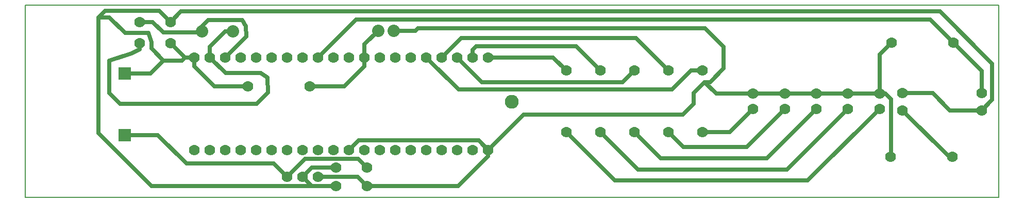
<source format=gbr>
G04 PROTEUS GERBER X2 FILE*
%TF.GenerationSoftware,Labcenter,Proteus,8.6-SP2-Build23525*%
%TF.CreationDate,2018-01-19T18:02:44+00:00*%
%TF.FileFunction,Copper,L2,Bot*%
%TF.FilePolarity,Positive*%
%TF.Part,Single*%
%FSLAX45Y45*%
%MOMM*%
G01*
%TA.AperFunction,Conductor*%
%ADD10C,0.635000*%
%TA.AperFunction,ComponentPad*%
%ADD11C,1.778000*%
%ADD12C,2.032000*%
%TA.AperFunction,OtherPad,Unknown*%
%ADD13C,2.286000*%
%TA.AperFunction,ComponentPad*%
%ADD14R,2.032000X2.032000*%
%TA.AperFunction,Profile*%
%ADD15C,0.203200*%
%TD.AperFunction*%
D10*
X-2574100Y+6747900D02*
X-2574100Y+6959900D01*
X-2346100Y+7187900D01*
X+2977900Y+5517900D02*
X+3427900Y+5517900D01*
X+3807900Y+5897900D01*
X+2417900Y+5517900D02*
X+2660900Y+5274900D01*
X+3704900Y+5274900D01*
X+4327900Y+5897900D01*
X-1050100Y+6747900D02*
X-643900Y+6341700D01*
X+1665700Y+6341700D01*
X+1857900Y+6533900D01*
X+737900Y+6533900D02*
X+523900Y+6747900D01*
X-542100Y+6747900D01*
X-3846100Y+4777900D02*
X-3548100Y+5075900D01*
X-2682100Y+5075900D01*
X-2534100Y+4927900D01*
X-5764100Y+7327900D02*
X-5948844Y+7512644D01*
X-6837756Y+7512644D01*
X-6941900Y+7408500D01*
X-5875100Y+6697300D02*
X-6094500Y+6477900D01*
X-6512100Y+6477900D01*
X-3592100Y+4777900D02*
X-3442100Y+4927900D01*
X-3042100Y+4927900D01*
X-542100Y+5223900D02*
X-700950Y+5382750D01*
X-2669250Y+5382750D01*
X-2828100Y+5223900D01*
X-2534100Y+4627900D02*
X-2684100Y+4777900D01*
X-3338100Y+4777900D01*
X+2837100Y+5986100D02*
X+2837100Y+6163900D01*
X+3014900Y+6341700D01*
X+3807900Y+6151900D02*
X+3204700Y+6151900D01*
X+3014900Y+6341700D01*
X-542100Y+5223900D02*
X+42300Y+5808300D01*
X+2659300Y+5808300D01*
X+2837100Y+5986100D01*
X+5367900Y+6151900D02*
X+4847900Y+6151900D01*
X+4327900Y+6151900D02*
X+3807900Y+6151900D01*
X+4327900Y+6151900D02*
X+4847900Y+6151900D01*
X+5887900Y+6151900D02*
X+5367900Y+6151900D01*
X+5887900Y+6151900D02*
X+5887900Y+6793900D01*
X+6081900Y+6987900D01*
X+737900Y+5517900D02*
X+1537900Y+4717900D01*
X+4707900Y+4717900D01*
X+5887900Y+5897900D01*
X+1297900Y+5517900D02*
X+1917900Y+4897900D01*
X+4367900Y+4897900D01*
X+5367900Y+5897900D01*
X+1857900Y+5517900D02*
X+2287900Y+5087900D01*
X+4037900Y+5087900D01*
X+4847900Y+5897900D01*
X+2977900Y+6533900D02*
X+2793900Y+6533900D01*
X+2481075Y+6221075D01*
X-1031275Y+6221075D01*
X-1558100Y+6747900D01*
X-3592100Y+4777900D02*
X-3442100Y+4627900D01*
X-3412100Y+4627900D01*
X-3042100Y+4627900D01*
X-6941900Y+7408500D02*
X-6941900Y+5497700D01*
X-6072100Y+4627900D01*
X-3442100Y+4627900D01*
X-3846100Y+4777900D02*
X-4066100Y+4997900D01*
X-5502100Y+4997900D01*
X-5972100Y+5467900D01*
X-6512100Y+5467900D01*
X-2574100Y+6747900D02*
X-2574100Y+6597900D01*
X-2904100Y+6267900D01*
X-3472100Y+6267900D01*
X-5368100Y+6747900D02*
X-5368100Y+6597900D01*
X-5038100Y+6267900D01*
X-4488100Y+6267900D01*
X-5494100Y+6747900D02*
X-5368100Y+6747900D01*
X-5764100Y+6977900D02*
X-5526800Y+6740600D01*
X-5494100Y+6747900D02*
X-5519500Y+6747900D01*
X-5526800Y+6740600D01*
X-5570100Y+6697300D01*
X-5875100Y+6697300D01*
X+1297900Y+6533900D02*
X+903900Y+6927900D01*
X-742100Y+6927900D01*
X-796100Y+6873900D01*
X-796100Y+6747900D01*
X-1304100Y+6747900D02*
X-984100Y+7067900D01*
X+1883900Y+7067900D01*
X+2417900Y+6533900D01*
X+7097900Y+6987900D02*
X+6717900Y+7367900D01*
X-2716100Y+7367900D01*
X-3336100Y+6747900D01*
X-4734100Y+7177900D02*
X-4858934Y+7177900D01*
X-5115571Y+6921263D01*
X-5115571Y+6749371D01*
X-5114100Y+6747900D01*
X-5242100Y+7177900D02*
X-5262100Y+7157900D01*
X-5882900Y+7157900D01*
X-6052900Y+7327900D01*
X-6272100Y+7327900D01*
X-6941900Y+7408500D02*
X-6764100Y+7408500D01*
X-6503500Y+7147900D01*
X-6123528Y+7147900D01*
X-6072100Y+6997900D01*
X-6072100Y+6894300D01*
X-5875100Y+6697300D01*
X-2534100Y+4627900D02*
X-1032100Y+4627900D01*
X-542100Y+5117900D01*
X-542100Y+5223900D01*
X-5114100Y+6747900D02*
X-4854100Y+6487900D01*
X-4282100Y+6487900D01*
X-4172100Y+6417900D01*
X-4162100Y+6167900D01*
X-4343900Y+5986100D01*
X-6586300Y+5986100D01*
X-6764100Y+6163900D01*
X-6764100Y+6695900D01*
X-6402100Y+6807900D01*
X-6272100Y+6877900D01*
X-6272100Y+6977900D01*
X+3014900Y+6341700D02*
X+3101700Y+6341700D01*
X+3327900Y+6567900D01*
X+3327900Y+6917700D01*
X+3017700Y+7227900D01*
X-1699600Y+7227900D01*
X-1739600Y+7187900D01*
X-2092100Y+7187900D01*
X+5887900Y+6151900D02*
X+5983900Y+6151900D01*
X+6077900Y+6057900D01*
X+6077900Y+5117900D01*
X+6067900Y+5107900D01*
X+7097900Y+6987900D02*
X+7563900Y+6521900D01*
X+7563900Y+6156100D01*
X-5242100Y+7177900D02*
X-5242100Y+7257900D01*
X-5142100Y+7357900D01*
X-4581861Y+7357900D01*
X-4522100Y+7257900D01*
X-4517700Y+7090300D01*
X-4860100Y+6747900D01*
X+7563900Y+5876100D02*
X+7736126Y+6048326D01*
X+7736126Y+6643111D01*
X+6877059Y+7502178D01*
X-5589822Y+7502178D01*
X-5764100Y+7327900D01*
X+6263900Y+5876100D02*
X+7032100Y+5107900D01*
X+7083900Y+5107900D01*
X+6263900Y+6156100D02*
X+6759700Y+6156100D01*
X+7039700Y+5876100D01*
X+7563900Y+5876100D01*
D11*
X+4327900Y+6151900D03*
X+4327900Y+5897900D03*
X+737900Y+6533900D03*
X+737900Y+5517900D03*
X+1297900Y+6533900D03*
X+1297900Y+5517900D03*
X+1857900Y+6533900D03*
X+1857900Y+5517900D03*
X+2417900Y+6533900D03*
X+2417900Y+5517900D03*
X+2977900Y+6533900D03*
X+2977900Y+5517900D03*
X+5887900Y+6151900D03*
X+5887900Y+5897900D03*
X+5367900Y+6151900D03*
X+5367900Y+5897900D03*
X+4847900Y+6151900D03*
X+4847900Y+5897900D03*
X+3807900Y+6151900D03*
X+3807900Y+5897900D03*
X-3472100Y+6267900D03*
X-4488100Y+6267900D03*
D12*
X-2092100Y+7187900D03*
X-2346100Y+7187900D03*
D11*
X-6272100Y+7327900D03*
X-5764100Y+7327900D03*
X-6272100Y+6977900D03*
X-5764100Y+6977900D03*
D12*
X-5242100Y+7177900D03*
X-4734100Y+7177900D03*
D11*
X-3042100Y+4627900D03*
X-2534100Y+4627900D03*
X-3042100Y+4927900D03*
X-2534100Y+4927900D03*
X-3846100Y+4777900D03*
X-3592100Y+4777900D03*
X-3338100Y+4777900D03*
D13*
X-152100Y+6017900D03*
D11*
X-542100Y+6747900D03*
X-796100Y+6747900D03*
X-1050100Y+6747900D03*
X-1304100Y+6747900D03*
X-1558100Y+6747900D03*
X-1812100Y+6747900D03*
X-2066100Y+6747900D03*
X-2320100Y+6747900D03*
X-2574100Y+6747900D03*
X-2828100Y+6747900D03*
X-3082100Y+6747900D03*
X-3336100Y+6747900D03*
X-3590100Y+6747900D03*
X-3844100Y+6747900D03*
X-4098100Y+6747900D03*
X-4352100Y+6747900D03*
X-4606100Y+6747900D03*
X-4860100Y+6747900D03*
X-5114100Y+6747900D03*
X-5368100Y+6747900D03*
X-5368100Y+5223900D03*
X-5114100Y+5223900D03*
X-4860100Y+5223900D03*
X-4606100Y+5223900D03*
X-4352100Y+5223900D03*
X-4098100Y+5223900D03*
X-3844100Y+5223900D03*
X-3590100Y+5223900D03*
X-3336100Y+5223900D03*
X-3082100Y+5223900D03*
X-2828100Y+5223900D03*
X-2574100Y+5223900D03*
X-2320100Y+5223900D03*
X-2066100Y+5223900D03*
X-1812100Y+5223900D03*
X-1558100Y+5223900D03*
X-1304100Y+5223900D03*
X-1050100Y+5223900D03*
X-796100Y+5223900D03*
X-542100Y+5223900D03*
X+7563900Y+6156100D03*
X+6263900Y+6156100D03*
X+7563900Y+5876100D03*
X+6263900Y+5876100D03*
D14*
X-6512100Y+5467900D03*
X-6512100Y+6477900D03*
D11*
X+7097900Y+6987900D03*
X+6081900Y+6987900D03*
X+7083900Y+5107900D03*
X+6067900Y+5107900D03*
D15*
X-8152100Y+4437900D02*
X+7847900Y+4437900D01*
X+7847900Y+7607900D01*
X-8152100Y+7607900D01*
X-8152100Y+4437900D01*
M02*

</source>
